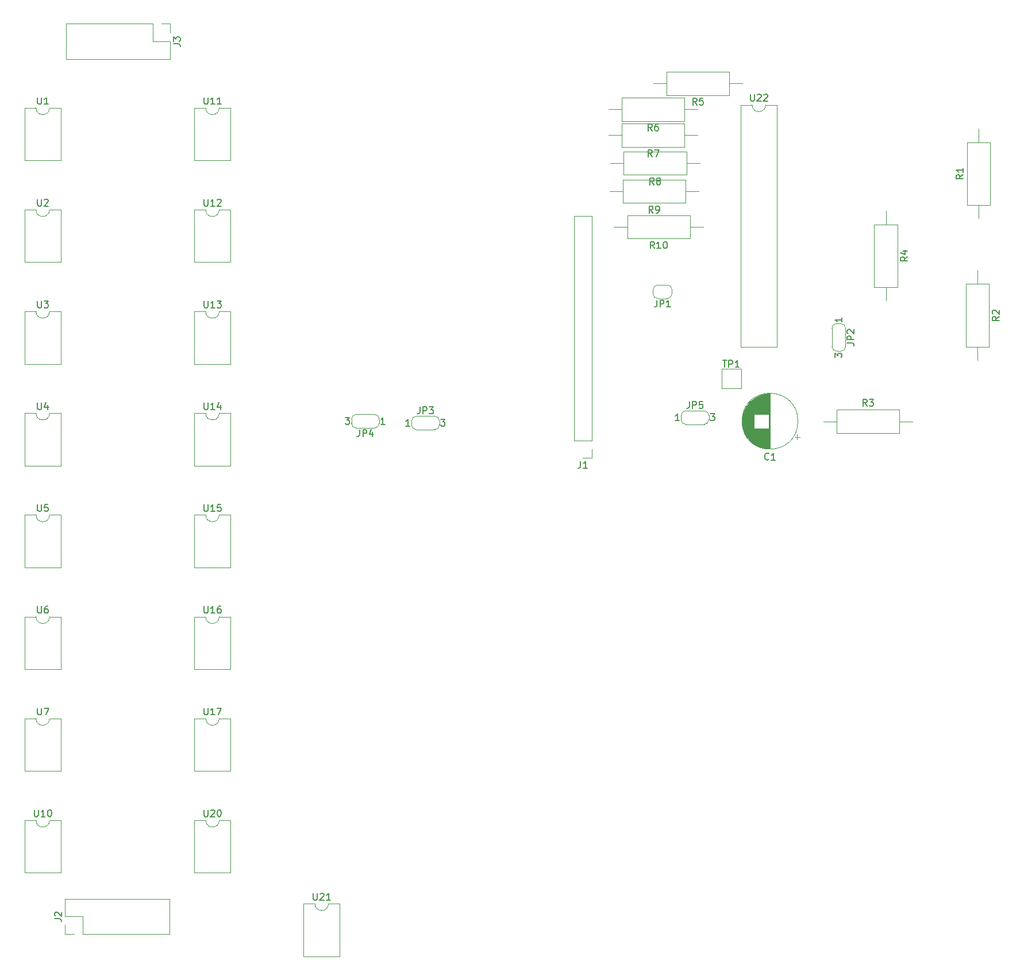
<source format=gbr>
%TF.GenerationSoftware,KiCad,Pcbnew,(5.1.9-0-10_14)*%
%TF.CreationDate,2021-03-09T15:00:21+00:00*%
%TF.ProjectId,Solar_Multiplexer,536f6c61-725f-44d7-956c-7469706c6578,rev?*%
%TF.SameCoordinates,Original*%
%TF.FileFunction,Legend,Top*%
%TF.FilePolarity,Positive*%
%FSLAX46Y46*%
G04 Gerber Fmt 4.6, Leading zero omitted, Abs format (unit mm)*
G04 Created by KiCad (PCBNEW (5.1.9-0-10_14)) date 2021-03-09 15:00:21*
%MOMM*%
%LPD*%
G01*
G04 APERTURE LIST*
%ADD10C,0.120000*%
%ADD11C,0.150000*%
G04 APERTURE END LIST*
D10*
%TO.C,R10*%
X-200830000Y-137930000D02*
X-200830000Y-134490000D01*
X-200830000Y-134490000D02*
X-210070000Y-134490000D01*
X-210070000Y-134490000D02*
X-210070000Y-137930000D01*
X-210070000Y-137930000D02*
X-200830000Y-137930000D01*
X-198870000Y-136210000D02*
X-200830000Y-136210000D01*
X-212030000Y-136210000D02*
X-210070000Y-136210000D01*
%TO.C,R9*%
X-201490000Y-132690000D02*
X-201490000Y-129250000D01*
X-201490000Y-129250000D02*
X-210730000Y-129250000D01*
X-210730000Y-129250000D02*
X-210730000Y-132690000D01*
X-210730000Y-132690000D02*
X-201490000Y-132690000D01*
X-199530000Y-130970000D02*
X-201490000Y-130970000D01*
X-212690000Y-130970000D02*
X-210730000Y-130970000D01*
%TO.C,R8*%
X-201350000Y-128540000D02*
X-201350000Y-125100000D01*
X-201350000Y-125100000D02*
X-210590000Y-125100000D01*
X-210590000Y-125100000D02*
X-210590000Y-128540000D01*
X-210590000Y-128540000D02*
X-201350000Y-128540000D01*
X-199390000Y-126820000D02*
X-201350000Y-126820000D01*
X-212550000Y-126820000D02*
X-210590000Y-126820000D01*
%TO.C,R7*%
X-201628000Y-124402000D02*
X-201628000Y-120962000D01*
X-201628000Y-120962000D02*
X-210868000Y-120962000D01*
X-210868000Y-120962000D02*
X-210868000Y-124402000D01*
X-210868000Y-124402000D02*
X-201628000Y-124402000D01*
X-199668000Y-122682000D02*
X-201628000Y-122682000D01*
X-212828000Y-122682000D02*
X-210868000Y-122682000D01*
%TO.C,R6*%
X-201628000Y-120592000D02*
X-201628000Y-117152000D01*
X-201628000Y-117152000D02*
X-210868000Y-117152000D01*
X-210868000Y-117152000D02*
X-210868000Y-120592000D01*
X-210868000Y-120592000D02*
X-201628000Y-120592000D01*
X-199668000Y-118872000D02*
X-201628000Y-118872000D01*
X-212828000Y-118872000D02*
X-210868000Y-118872000D01*
%TO.C,R5*%
X-195024000Y-116782000D02*
X-195024000Y-113342000D01*
X-195024000Y-113342000D02*
X-204264000Y-113342000D01*
X-204264000Y-113342000D02*
X-204264000Y-116782000D01*
X-204264000Y-116782000D02*
X-195024000Y-116782000D01*
X-193064000Y-115062000D02*
X-195024000Y-115062000D01*
X-206224000Y-115062000D02*
X-204264000Y-115062000D01*
%TO.C,U10*%
X-293540000Y-223670000D02*
X-295190000Y-223670000D01*
X-293540000Y-231410000D02*
X-293540000Y-223670000D01*
X-298840000Y-231410000D02*
X-293540000Y-231410000D01*
X-298840000Y-223670000D02*
X-298840000Y-231410000D01*
X-297190000Y-223670000D02*
X-298840000Y-223670000D01*
X-295190000Y-223670000D02*
G75*
G02*
X-297190000Y-223670000I-1000000J0D01*
G01*
%TO.C,U22*%
X-188030000Y-118220000D02*
X-189680000Y-118220000D01*
X-188030000Y-153900000D02*
X-188030000Y-118220000D01*
X-193330000Y-153900000D02*
X-188030000Y-153900000D01*
X-193330000Y-118220000D02*
X-193330000Y-153900000D01*
X-191680000Y-118220000D02*
X-193330000Y-118220000D01*
X-189680000Y-118220000D02*
G75*
G02*
X-191680000Y-118220000I-1000000J0D01*
G01*
%TO.C,U21*%
X-252450000Y-235970000D02*
X-254100000Y-235970000D01*
X-252450000Y-243710000D02*
X-252450000Y-235970000D01*
X-257750000Y-243710000D02*
X-252450000Y-243710000D01*
X-257750000Y-235970000D02*
X-257750000Y-243710000D01*
X-256100000Y-235970000D02*
X-257750000Y-235970000D01*
X-254100000Y-235970000D02*
G75*
G02*
X-256100000Y-235970000I-1000000J0D01*
G01*
%TO.C,U20*%
X-268540000Y-223670000D02*
X-270190000Y-223670000D01*
X-268540000Y-231410000D02*
X-268540000Y-223670000D01*
X-273840000Y-231410000D02*
X-268540000Y-231410000D01*
X-273840000Y-223670000D02*
X-273840000Y-231410000D01*
X-272190000Y-223670000D02*
X-273840000Y-223670000D01*
X-270190000Y-223670000D02*
G75*
G02*
X-272190000Y-223670000I-1000000J0D01*
G01*
%TO.C,U17*%
X-268540000Y-208670000D02*
X-270190000Y-208670000D01*
X-268540000Y-216410000D02*
X-268540000Y-208670000D01*
X-273840000Y-216410000D02*
X-268540000Y-216410000D01*
X-273840000Y-208670000D02*
X-273840000Y-216410000D01*
X-272190000Y-208670000D02*
X-273840000Y-208670000D01*
X-270190000Y-208670000D02*
G75*
G02*
X-272190000Y-208670000I-1000000J0D01*
G01*
%TO.C,U16*%
X-268540000Y-193670000D02*
X-270190000Y-193670000D01*
X-268540000Y-201410000D02*
X-268540000Y-193670000D01*
X-273840000Y-201410000D02*
X-268540000Y-201410000D01*
X-273840000Y-193670000D02*
X-273840000Y-201410000D01*
X-272190000Y-193670000D02*
X-273840000Y-193670000D01*
X-270190000Y-193670000D02*
G75*
G02*
X-272190000Y-193670000I-1000000J0D01*
G01*
%TO.C,U15*%
X-268540000Y-178670000D02*
X-270190000Y-178670000D01*
X-268540000Y-186410000D02*
X-268540000Y-178670000D01*
X-273840000Y-186410000D02*
X-268540000Y-186410000D01*
X-273840000Y-178670000D02*
X-273840000Y-186410000D01*
X-272190000Y-178670000D02*
X-273840000Y-178670000D01*
X-270190000Y-178670000D02*
G75*
G02*
X-272190000Y-178670000I-1000000J0D01*
G01*
%TO.C,U14*%
X-268540000Y-163670000D02*
X-270190000Y-163670000D01*
X-268540000Y-171410000D02*
X-268540000Y-163670000D01*
X-273840000Y-171410000D02*
X-268540000Y-171410000D01*
X-273840000Y-163670000D02*
X-273840000Y-171410000D01*
X-272190000Y-163670000D02*
X-273840000Y-163670000D01*
X-270190000Y-163670000D02*
G75*
G02*
X-272190000Y-163670000I-1000000J0D01*
G01*
%TO.C,U13*%
X-268540000Y-148670000D02*
X-270190000Y-148670000D01*
X-268540000Y-156410000D02*
X-268540000Y-148670000D01*
X-273840000Y-156410000D02*
X-268540000Y-156410000D01*
X-273840000Y-148670000D02*
X-273840000Y-156410000D01*
X-272190000Y-148670000D02*
X-273840000Y-148670000D01*
X-270190000Y-148670000D02*
G75*
G02*
X-272190000Y-148670000I-1000000J0D01*
G01*
%TO.C,U12*%
X-268540000Y-133670000D02*
X-270190000Y-133670000D01*
X-268540000Y-141410000D02*
X-268540000Y-133670000D01*
X-273840000Y-141410000D02*
X-268540000Y-141410000D01*
X-273840000Y-133670000D02*
X-273840000Y-141410000D01*
X-272190000Y-133670000D02*
X-273840000Y-133670000D01*
X-270190000Y-133670000D02*
G75*
G02*
X-272190000Y-133670000I-1000000J0D01*
G01*
%TO.C,U11*%
X-268540000Y-118670000D02*
X-270190000Y-118670000D01*
X-268540000Y-126410000D02*
X-268540000Y-118670000D01*
X-273840000Y-126410000D02*
X-268540000Y-126410000D01*
X-273840000Y-118670000D02*
X-273840000Y-126410000D01*
X-272190000Y-118670000D02*
X-273840000Y-118670000D01*
X-270190000Y-118670000D02*
G75*
G02*
X-272190000Y-118670000I-1000000J0D01*
G01*
%TO.C,U7*%
X-293540000Y-208670000D02*
X-295190000Y-208670000D01*
X-293540000Y-216410000D02*
X-293540000Y-208670000D01*
X-298840000Y-216410000D02*
X-293540000Y-216410000D01*
X-298840000Y-208670000D02*
X-298840000Y-216410000D01*
X-297190000Y-208670000D02*
X-298840000Y-208670000D01*
X-295190000Y-208670000D02*
G75*
G02*
X-297190000Y-208670000I-1000000J0D01*
G01*
%TO.C,U6*%
X-293540000Y-193670000D02*
X-295190000Y-193670000D01*
X-293540000Y-201410000D02*
X-293540000Y-193670000D01*
X-298840000Y-201410000D02*
X-293540000Y-201410000D01*
X-298840000Y-193670000D02*
X-298840000Y-201410000D01*
X-297190000Y-193670000D02*
X-298840000Y-193670000D01*
X-295190000Y-193670000D02*
G75*
G02*
X-297190000Y-193670000I-1000000J0D01*
G01*
%TO.C,U5*%
X-293540000Y-178670000D02*
X-295190000Y-178670000D01*
X-293540000Y-186410000D02*
X-293540000Y-178670000D01*
X-298840000Y-186410000D02*
X-293540000Y-186410000D01*
X-298840000Y-178670000D02*
X-298840000Y-186410000D01*
X-297190000Y-178670000D02*
X-298840000Y-178670000D01*
X-295190000Y-178670000D02*
G75*
G02*
X-297190000Y-178670000I-1000000J0D01*
G01*
%TO.C,U4*%
X-293540000Y-163670000D02*
X-295190000Y-163670000D01*
X-293540000Y-171410000D02*
X-293540000Y-163670000D01*
X-298840000Y-171410000D02*
X-293540000Y-171410000D01*
X-298840000Y-163670000D02*
X-298840000Y-171410000D01*
X-297190000Y-163670000D02*
X-298840000Y-163670000D01*
X-295190000Y-163670000D02*
G75*
G02*
X-297190000Y-163670000I-1000000J0D01*
G01*
%TO.C,U3*%
X-293540000Y-148670000D02*
X-295190000Y-148670000D01*
X-293540000Y-156410000D02*
X-293540000Y-148670000D01*
X-298840000Y-156410000D02*
X-293540000Y-156410000D01*
X-298840000Y-148670000D02*
X-298840000Y-156410000D01*
X-297190000Y-148670000D02*
X-298840000Y-148670000D01*
X-295190000Y-148670000D02*
G75*
G02*
X-297190000Y-148670000I-1000000J0D01*
G01*
%TO.C,U2*%
X-293540000Y-133670000D02*
X-295190000Y-133670000D01*
X-293540000Y-141410000D02*
X-293540000Y-133670000D01*
X-298840000Y-141410000D02*
X-293540000Y-141410000D01*
X-298840000Y-133670000D02*
X-298840000Y-141410000D01*
X-297190000Y-133670000D02*
X-298840000Y-133670000D01*
X-295190000Y-133670000D02*
G75*
G02*
X-297190000Y-133670000I-1000000J0D01*
G01*
%TO.C,U1*%
X-293540000Y-118670000D02*
X-295190000Y-118670000D01*
X-293540000Y-126410000D02*
X-293540000Y-118670000D01*
X-298840000Y-126410000D02*
X-293540000Y-126410000D01*
X-298840000Y-118670000D02*
X-298840000Y-126410000D01*
X-297190000Y-118670000D02*
X-298840000Y-118670000D01*
X-295190000Y-118670000D02*
G75*
G02*
X-297190000Y-118670000I-1000000J0D01*
G01*
%TO.C,TP1*%
X-196190000Y-160030000D02*
X-196190000Y-157130000D01*
X-193290000Y-160030000D02*
X-196190000Y-160030000D01*
X-193290000Y-157130000D02*
X-193290000Y-160030000D01*
X-196190000Y-157130000D02*
X-193290000Y-157130000D01*
%TO.C,R4*%
X-171958000Y-147042000D02*
X-171958000Y-145082000D01*
X-171958000Y-133882000D02*
X-171958000Y-135842000D01*
X-170238000Y-145082000D02*
X-170238000Y-135842000D01*
X-173678000Y-145082000D02*
X-170238000Y-145082000D01*
X-173678000Y-135842000D02*
X-173678000Y-145082000D01*
X-170238000Y-135842000D02*
X-173678000Y-135842000D01*
%TO.C,R3*%
X-168020000Y-164890000D02*
X-169980000Y-164890000D01*
X-181180000Y-164890000D02*
X-179220000Y-164890000D01*
X-169980000Y-163170000D02*
X-179220000Y-163170000D01*
X-169980000Y-166610000D02*
X-169980000Y-163170000D01*
X-179220000Y-166610000D02*
X-169980000Y-166610000D01*
X-179220000Y-163170000D02*
X-179220000Y-166610000D01*
%TO.C,R2*%
X-158460000Y-155830000D02*
X-158460000Y-153870000D01*
X-158460000Y-142670000D02*
X-158460000Y-144630000D01*
X-156740000Y-153870000D02*
X-156740000Y-144630000D01*
X-160180000Y-153870000D02*
X-156740000Y-153870000D01*
X-160180000Y-144630000D02*
X-160180000Y-153870000D01*
X-156740000Y-144630000D02*
X-160180000Y-144630000D01*
%TO.C,R1*%
X-158320000Y-121770000D02*
X-158320000Y-123730000D01*
X-158320000Y-134930000D02*
X-158320000Y-132970000D01*
X-160040000Y-123730000D02*
X-160040000Y-132970000D01*
X-156600000Y-123730000D02*
X-160040000Y-123730000D01*
X-156600000Y-132970000D02*
X-156600000Y-123730000D01*
X-160040000Y-132970000D02*
X-156600000Y-132970000D01*
%TO.C,JP5*%
X-201490000Y-163310000D02*
X-198690000Y-163310000D01*
X-198040000Y-164010000D02*
X-198040000Y-164610000D01*
X-198690000Y-165310000D02*
X-201490000Y-165310000D01*
X-202140000Y-164610000D02*
X-202140000Y-164010000D01*
X-202140000Y-164010000D02*
G75*
G02*
X-201440000Y-163310000I700000J0D01*
G01*
X-201440000Y-165310000D02*
G75*
G02*
X-202140000Y-164610000I0J700000D01*
G01*
X-198040000Y-164610000D02*
G75*
G02*
X-198740000Y-165310000I-700000J0D01*
G01*
X-198740000Y-163310000D02*
G75*
G02*
X-198040000Y-164010000I0J-700000D01*
G01*
%TO.C,JP4*%
X-247266000Y-165846000D02*
X-250066000Y-165846000D01*
X-250716000Y-165146000D02*
X-250716000Y-164546000D01*
X-250066000Y-163846000D02*
X-247266000Y-163846000D01*
X-246616000Y-164546000D02*
X-246616000Y-165146000D01*
X-246616000Y-165146000D02*
G75*
G02*
X-247316000Y-165846000I-700000J0D01*
G01*
X-247316000Y-163846000D02*
G75*
G02*
X-246616000Y-164546000I0J-700000D01*
G01*
X-250716000Y-164546000D02*
G75*
G02*
X-250016000Y-163846000I700000J0D01*
G01*
X-250016000Y-165846000D02*
G75*
G02*
X-250716000Y-165146000I0J700000D01*
G01*
%TO.C,JP3*%
X-241206000Y-164100000D02*
X-238406000Y-164100000D01*
X-237756000Y-164800000D02*
X-237756000Y-165400000D01*
X-238406000Y-166100000D02*
X-241206000Y-166100000D01*
X-241856000Y-165400000D02*
X-241856000Y-164800000D01*
X-241856000Y-164800000D02*
G75*
G02*
X-241156000Y-164100000I700000J0D01*
G01*
X-241156000Y-166100000D02*
G75*
G02*
X-241856000Y-165400000I0J700000D01*
G01*
X-237756000Y-165400000D02*
G75*
G02*
X-238456000Y-166100000I-700000J0D01*
G01*
X-238456000Y-164100000D02*
G75*
G02*
X-237756000Y-164800000I0J-700000D01*
G01*
%TO.C,JP2*%
X-177910000Y-151090000D02*
X-177910000Y-153890000D01*
X-178610000Y-154540000D02*
X-179210000Y-154540000D01*
X-179910000Y-153890000D02*
X-179910000Y-151090000D01*
X-179210000Y-150440000D02*
X-178610000Y-150440000D01*
X-178610000Y-150440000D02*
G75*
G02*
X-177910000Y-151140000I0J-700000D01*
G01*
X-179910000Y-151140000D02*
G75*
G02*
X-179210000Y-150440000I700000J0D01*
G01*
X-179210000Y-154540000D02*
G75*
G02*
X-179910000Y-153840000I0J700000D01*
G01*
X-177910000Y-153840000D02*
G75*
G02*
X-178610000Y-154540000I-700000J0D01*
G01*
%TO.C,JP1*%
X-204180000Y-146760000D02*
X-205580000Y-146760000D01*
X-206280000Y-146060000D02*
X-206280000Y-145460000D01*
X-205580000Y-144760000D02*
X-204180000Y-144760000D01*
X-203480000Y-145460000D02*
X-203480000Y-146060000D01*
X-203480000Y-146060000D02*
G75*
G02*
X-204180000Y-146760000I-700000J0D01*
G01*
X-204180000Y-144760000D02*
G75*
G02*
X-203480000Y-145460000I0J-700000D01*
G01*
X-206280000Y-145460000D02*
G75*
G02*
X-205580000Y-144760000I700000J0D01*
G01*
X-205580000Y-146760000D02*
G75*
G02*
X-206280000Y-146060000I0J700000D01*
G01*
%TO.C,J3*%
X-277400000Y-106280000D02*
X-277400000Y-107610000D01*
X-278730000Y-106280000D02*
X-277400000Y-106280000D01*
X-277400000Y-108880000D02*
X-277400000Y-111480000D01*
X-280000000Y-108880000D02*
X-277400000Y-108880000D01*
X-280000000Y-106280000D02*
X-280000000Y-108880000D01*
X-277400000Y-111480000D02*
X-292760000Y-111480000D01*
X-280000000Y-106280000D02*
X-292760000Y-106280000D01*
X-292760000Y-106280000D02*
X-292760000Y-111480000D01*
%TO.C,J2*%
X-292900000Y-240450000D02*
X-292900000Y-239120000D01*
X-291570000Y-240450000D02*
X-292900000Y-240450000D01*
X-292900000Y-237850000D02*
X-292900000Y-235250000D01*
X-290300000Y-237850000D02*
X-292900000Y-237850000D01*
X-290300000Y-240450000D02*
X-290300000Y-237850000D01*
X-292900000Y-235250000D02*
X-277540000Y-235250000D01*
X-290300000Y-240450000D02*
X-277540000Y-240450000D01*
X-277540000Y-240450000D02*
X-277540000Y-235250000D01*
%TO.C,J1*%
X-215280000Y-170280000D02*
X-216610000Y-170280000D01*
X-215280000Y-168950000D02*
X-215280000Y-170280000D01*
X-215280000Y-167680000D02*
X-217940000Y-167680000D01*
X-217940000Y-167680000D02*
X-217940000Y-134600000D01*
X-215280000Y-167680000D02*
X-215280000Y-134600000D01*
X-215280000Y-134600000D02*
X-217940000Y-134600000D01*
%TO.C,C1*%
X-185040302Y-167565000D02*
X-185040302Y-166765000D01*
X-184640302Y-167165000D02*
X-185440302Y-167165000D01*
X-193131000Y-165383000D02*
X-193131000Y-164317000D01*
X-193091000Y-165618000D02*
X-193091000Y-164082000D01*
X-193051000Y-165798000D02*
X-193051000Y-163902000D01*
X-193011000Y-165948000D02*
X-193011000Y-163752000D01*
X-192971000Y-166079000D02*
X-192971000Y-163621000D01*
X-192931000Y-166196000D02*
X-192931000Y-163504000D01*
X-192891000Y-166303000D02*
X-192891000Y-163397000D01*
X-192851000Y-166402000D02*
X-192851000Y-163298000D01*
X-192811000Y-166495000D02*
X-192811000Y-163205000D01*
X-192771000Y-166581000D02*
X-192771000Y-163119000D01*
X-192731000Y-166663000D02*
X-192731000Y-163037000D01*
X-192691000Y-166740000D02*
X-192691000Y-162960000D01*
X-192651000Y-166814000D02*
X-192651000Y-162886000D01*
X-192611000Y-166884000D02*
X-192611000Y-162816000D01*
X-192571000Y-166952000D02*
X-192571000Y-162748000D01*
X-192531000Y-167016000D02*
X-192531000Y-162684000D01*
X-192491000Y-167078000D02*
X-192491000Y-162622000D01*
X-192451000Y-167137000D02*
X-192451000Y-162563000D01*
X-192411000Y-167195000D02*
X-192411000Y-162505000D01*
X-192371000Y-167250000D02*
X-192371000Y-162450000D01*
X-192331000Y-167304000D02*
X-192331000Y-162396000D01*
X-192291000Y-167355000D02*
X-192291000Y-162345000D01*
X-192251000Y-167406000D02*
X-192251000Y-162294000D01*
X-192211000Y-167454000D02*
X-192211000Y-162246000D01*
X-192171000Y-167501000D02*
X-192171000Y-162199000D01*
X-192131000Y-167547000D02*
X-192131000Y-162153000D01*
X-192091000Y-167591000D02*
X-192091000Y-162109000D01*
X-192051000Y-167634000D02*
X-192051000Y-162066000D01*
X-192011000Y-167676000D02*
X-192011000Y-162024000D01*
X-191971000Y-167717000D02*
X-191971000Y-161983000D01*
X-191931000Y-167757000D02*
X-191931000Y-161943000D01*
X-191891000Y-167795000D02*
X-191891000Y-161905000D01*
X-191851000Y-167833000D02*
X-191851000Y-161867000D01*
X-191811000Y-167869000D02*
X-191811000Y-161831000D01*
X-191771000Y-167905000D02*
X-191771000Y-161795000D01*
X-191731000Y-167940000D02*
X-191731000Y-161760000D01*
X-191691000Y-167974000D02*
X-191691000Y-161726000D01*
X-191651000Y-168006000D02*
X-191651000Y-161694000D01*
X-191611000Y-168039000D02*
X-191611000Y-161661000D01*
X-191571000Y-168070000D02*
X-191571000Y-161630000D01*
X-191531000Y-168100000D02*
X-191531000Y-161600000D01*
X-191491000Y-168130000D02*
X-191491000Y-161570000D01*
X-191451000Y-168159000D02*
X-191451000Y-161541000D01*
X-191411000Y-168188000D02*
X-191411000Y-161512000D01*
X-191371000Y-168215000D02*
X-191371000Y-161485000D01*
X-191331000Y-163810000D02*
X-191331000Y-161458000D01*
X-191331000Y-168242000D02*
X-191331000Y-165890000D01*
X-191291000Y-163810000D02*
X-191291000Y-161432000D01*
X-191291000Y-168268000D02*
X-191291000Y-165890000D01*
X-191251000Y-163810000D02*
X-191251000Y-161406000D01*
X-191251000Y-168294000D02*
X-191251000Y-165890000D01*
X-191211000Y-163810000D02*
X-191211000Y-161381000D01*
X-191211000Y-168319000D02*
X-191211000Y-165890000D01*
X-191171000Y-163810000D02*
X-191171000Y-161357000D01*
X-191171000Y-168343000D02*
X-191171000Y-165890000D01*
X-191131000Y-163810000D02*
X-191131000Y-161333000D01*
X-191131000Y-168367000D02*
X-191131000Y-165890000D01*
X-191091000Y-163810000D02*
X-191091000Y-161310000D01*
X-191091000Y-168390000D02*
X-191091000Y-165890000D01*
X-191051000Y-163810000D02*
X-191051000Y-161288000D01*
X-191051000Y-168412000D02*
X-191051000Y-165890000D01*
X-191011000Y-163810000D02*
X-191011000Y-161266000D01*
X-191011000Y-168434000D02*
X-191011000Y-165890000D01*
X-190971000Y-163810000D02*
X-190971000Y-161244000D01*
X-190971000Y-168456000D02*
X-190971000Y-165890000D01*
X-190931000Y-163810000D02*
X-190931000Y-161223000D01*
X-190931000Y-168477000D02*
X-190931000Y-165890000D01*
X-190891000Y-163810000D02*
X-190891000Y-161203000D01*
X-190891000Y-168497000D02*
X-190891000Y-165890000D01*
X-190851000Y-163810000D02*
X-190851000Y-161184000D01*
X-190851000Y-168516000D02*
X-190851000Y-165890000D01*
X-190811000Y-163810000D02*
X-190811000Y-161164000D01*
X-190811000Y-168536000D02*
X-190811000Y-165890000D01*
X-190771000Y-163810000D02*
X-190771000Y-161146000D01*
X-190771000Y-168554000D02*
X-190771000Y-165890000D01*
X-190731000Y-163810000D02*
X-190731000Y-161128000D01*
X-190731000Y-168572000D02*
X-190731000Y-165890000D01*
X-190691000Y-163810000D02*
X-190691000Y-161110000D01*
X-190691000Y-168590000D02*
X-190691000Y-165890000D01*
X-190651000Y-163810000D02*
X-190651000Y-161093000D01*
X-190651000Y-168607000D02*
X-190651000Y-165890000D01*
X-190611000Y-163810000D02*
X-190611000Y-161076000D01*
X-190611000Y-168624000D02*
X-190611000Y-165890000D01*
X-190571000Y-163810000D02*
X-190571000Y-161060000D01*
X-190571000Y-168640000D02*
X-190571000Y-165890000D01*
X-190531000Y-163810000D02*
X-190531000Y-161045000D01*
X-190531000Y-168655000D02*
X-190531000Y-165890000D01*
X-190491000Y-163810000D02*
X-190491000Y-161029000D01*
X-190491000Y-168671000D02*
X-190491000Y-165890000D01*
X-190451000Y-163810000D02*
X-190451000Y-161015000D01*
X-190451000Y-168685000D02*
X-190451000Y-165890000D01*
X-190411000Y-163810000D02*
X-190411000Y-161000000D01*
X-190411000Y-168700000D02*
X-190411000Y-165890000D01*
X-190371000Y-163810000D02*
X-190371000Y-160987000D01*
X-190371000Y-168713000D02*
X-190371000Y-165890000D01*
X-190331000Y-163810000D02*
X-190331000Y-160973000D01*
X-190331000Y-168727000D02*
X-190331000Y-165890000D01*
X-190291000Y-163810000D02*
X-190291000Y-160961000D01*
X-190291000Y-168739000D02*
X-190291000Y-165890000D01*
X-190251000Y-163810000D02*
X-190251000Y-160948000D01*
X-190251000Y-168752000D02*
X-190251000Y-165890000D01*
X-190211000Y-163810000D02*
X-190211000Y-160936000D01*
X-190211000Y-168764000D02*
X-190211000Y-165890000D01*
X-190171000Y-163810000D02*
X-190171000Y-160925000D01*
X-190171000Y-168775000D02*
X-190171000Y-165890000D01*
X-190131000Y-163810000D02*
X-190131000Y-160914000D01*
X-190131000Y-168786000D02*
X-190131000Y-165890000D01*
X-190091000Y-163810000D02*
X-190091000Y-160903000D01*
X-190091000Y-168797000D02*
X-190091000Y-165890000D01*
X-190051000Y-163810000D02*
X-190051000Y-160893000D01*
X-190051000Y-168807000D02*
X-190051000Y-165890000D01*
X-190011000Y-163810000D02*
X-190011000Y-160883000D01*
X-190011000Y-168817000D02*
X-190011000Y-165890000D01*
X-189971000Y-163810000D02*
X-189971000Y-160874000D01*
X-189971000Y-168826000D02*
X-189971000Y-165890000D01*
X-189931000Y-163810000D02*
X-189931000Y-160865000D01*
X-189931000Y-168835000D02*
X-189931000Y-165890000D01*
X-189891000Y-163810000D02*
X-189891000Y-160856000D01*
X-189891000Y-168844000D02*
X-189891000Y-165890000D01*
X-189851000Y-163810000D02*
X-189851000Y-160848000D01*
X-189851000Y-168852000D02*
X-189851000Y-165890000D01*
X-189811000Y-163810000D02*
X-189811000Y-160840000D01*
X-189811000Y-168860000D02*
X-189811000Y-165890000D01*
X-189771000Y-163810000D02*
X-189771000Y-160833000D01*
X-189771000Y-168867000D02*
X-189771000Y-165890000D01*
X-189730000Y-163810000D02*
X-189730000Y-160826000D01*
X-189730000Y-168874000D02*
X-189730000Y-165890000D01*
X-189690000Y-163810000D02*
X-189690000Y-160820000D01*
X-189690000Y-168880000D02*
X-189690000Y-165890000D01*
X-189650000Y-163810000D02*
X-189650000Y-160813000D01*
X-189650000Y-168887000D02*
X-189650000Y-165890000D01*
X-189610000Y-163810000D02*
X-189610000Y-160808000D01*
X-189610000Y-168892000D02*
X-189610000Y-165890000D01*
X-189570000Y-163810000D02*
X-189570000Y-160802000D01*
X-189570000Y-168898000D02*
X-189570000Y-165890000D01*
X-189530000Y-163810000D02*
X-189530000Y-160798000D01*
X-189530000Y-168902000D02*
X-189530000Y-165890000D01*
X-189490000Y-163810000D02*
X-189490000Y-160793000D01*
X-189490000Y-168907000D02*
X-189490000Y-165890000D01*
X-189450000Y-163810000D02*
X-189450000Y-160789000D01*
X-189450000Y-168911000D02*
X-189450000Y-165890000D01*
X-189410000Y-163810000D02*
X-189410000Y-160785000D01*
X-189410000Y-168915000D02*
X-189410000Y-165890000D01*
X-189370000Y-163810000D02*
X-189370000Y-160782000D01*
X-189370000Y-168918000D02*
X-189370000Y-165890000D01*
X-189330000Y-163810000D02*
X-189330000Y-160779000D01*
X-189330000Y-168921000D02*
X-189330000Y-165890000D01*
X-189290000Y-163810000D02*
X-189290000Y-160776000D01*
X-189290000Y-168924000D02*
X-189290000Y-165890000D01*
X-189250000Y-168926000D02*
X-189250000Y-160774000D01*
X-189210000Y-168927000D02*
X-189210000Y-160773000D01*
X-189170000Y-168929000D02*
X-189170000Y-160771000D01*
X-189130000Y-168930000D02*
X-189130000Y-160770000D01*
X-189090000Y-168930000D02*
X-189090000Y-160770000D01*
X-189050000Y-168930000D02*
X-189050000Y-160770000D01*
X-184930000Y-164850000D02*
G75*
G03*
X-184930000Y-164850000I-4120000J0D01*
G01*
%TO.C,R10*%
D11*
X-206092857Y-139382380D02*
X-206426190Y-138906190D01*
X-206664285Y-139382380D02*
X-206664285Y-138382380D01*
X-206283333Y-138382380D01*
X-206188095Y-138430000D01*
X-206140476Y-138477619D01*
X-206092857Y-138572857D01*
X-206092857Y-138715714D01*
X-206140476Y-138810952D01*
X-206188095Y-138858571D01*
X-206283333Y-138906190D01*
X-206664285Y-138906190D01*
X-205140476Y-139382380D02*
X-205711904Y-139382380D01*
X-205426190Y-139382380D02*
X-205426190Y-138382380D01*
X-205521428Y-138525238D01*
X-205616666Y-138620476D01*
X-205711904Y-138668095D01*
X-204521428Y-138382380D02*
X-204426190Y-138382380D01*
X-204330952Y-138430000D01*
X-204283333Y-138477619D01*
X-204235714Y-138572857D01*
X-204188095Y-138763333D01*
X-204188095Y-139001428D01*
X-204235714Y-139191904D01*
X-204283333Y-139287142D01*
X-204330952Y-139334761D01*
X-204426190Y-139382380D01*
X-204521428Y-139382380D01*
X-204616666Y-139334761D01*
X-204664285Y-139287142D01*
X-204711904Y-139191904D01*
X-204759523Y-139001428D01*
X-204759523Y-138763333D01*
X-204711904Y-138572857D01*
X-204664285Y-138477619D01*
X-204616666Y-138430000D01*
X-204521428Y-138382380D01*
%TO.C,R9*%
X-206276666Y-134142380D02*
X-206610000Y-133666190D01*
X-206848095Y-134142380D02*
X-206848095Y-133142380D01*
X-206467142Y-133142380D01*
X-206371904Y-133190000D01*
X-206324285Y-133237619D01*
X-206276666Y-133332857D01*
X-206276666Y-133475714D01*
X-206324285Y-133570952D01*
X-206371904Y-133618571D01*
X-206467142Y-133666190D01*
X-206848095Y-133666190D01*
X-205800476Y-134142380D02*
X-205610000Y-134142380D01*
X-205514761Y-134094761D01*
X-205467142Y-134047142D01*
X-205371904Y-133904285D01*
X-205324285Y-133713809D01*
X-205324285Y-133332857D01*
X-205371904Y-133237619D01*
X-205419523Y-133190000D01*
X-205514761Y-133142380D01*
X-205705238Y-133142380D01*
X-205800476Y-133190000D01*
X-205848095Y-133237619D01*
X-205895714Y-133332857D01*
X-205895714Y-133570952D01*
X-205848095Y-133666190D01*
X-205800476Y-133713809D01*
X-205705238Y-133761428D01*
X-205514761Y-133761428D01*
X-205419523Y-133713809D01*
X-205371904Y-133666190D01*
X-205324285Y-133570952D01*
%TO.C,R8*%
X-206136666Y-129992380D02*
X-206470000Y-129516190D01*
X-206708095Y-129992380D02*
X-206708095Y-128992380D01*
X-206327142Y-128992380D01*
X-206231904Y-129040000D01*
X-206184285Y-129087619D01*
X-206136666Y-129182857D01*
X-206136666Y-129325714D01*
X-206184285Y-129420952D01*
X-206231904Y-129468571D01*
X-206327142Y-129516190D01*
X-206708095Y-129516190D01*
X-205565238Y-129420952D02*
X-205660476Y-129373333D01*
X-205708095Y-129325714D01*
X-205755714Y-129230476D01*
X-205755714Y-129182857D01*
X-205708095Y-129087619D01*
X-205660476Y-129040000D01*
X-205565238Y-128992380D01*
X-205374761Y-128992380D01*
X-205279523Y-129040000D01*
X-205231904Y-129087619D01*
X-205184285Y-129182857D01*
X-205184285Y-129230476D01*
X-205231904Y-129325714D01*
X-205279523Y-129373333D01*
X-205374761Y-129420952D01*
X-205565238Y-129420952D01*
X-205660476Y-129468571D01*
X-205708095Y-129516190D01*
X-205755714Y-129611428D01*
X-205755714Y-129801904D01*
X-205708095Y-129897142D01*
X-205660476Y-129944761D01*
X-205565238Y-129992380D01*
X-205374761Y-129992380D01*
X-205279523Y-129944761D01*
X-205231904Y-129897142D01*
X-205184285Y-129801904D01*
X-205184285Y-129611428D01*
X-205231904Y-129516190D01*
X-205279523Y-129468571D01*
X-205374761Y-129420952D01*
%TO.C,R7*%
X-206414666Y-125854380D02*
X-206748000Y-125378190D01*
X-206986095Y-125854380D02*
X-206986095Y-124854380D01*
X-206605142Y-124854380D01*
X-206509904Y-124902000D01*
X-206462285Y-124949619D01*
X-206414666Y-125044857D01*
X-206414666Y-125187714D01*
X-206462285Y-125282952D01*
X-206509904Y-125330571D01*
X-206605142Y-125378190D01*
X-206986095Y-125378190D01*
X-206081333Y-124854380D02*
X-205414666Y-124854380D01*
X-205843238Y-125854380D01*
%TO.C,R6*%
X-206414666Y-122044380D02*
X-206748000Y-121568190D01*
X-206986095Y-122044380D02*
X-206986095Y-121044380D01*
X-206605142Y-121044380D01*
X-206509904Y-121092000D01*
X-206462285Y-121139619D01*
X-206414666Y-121234857D01*
X-206414666Y-121377714D01*
X-206462285Y-121472952D01*
X-206509904Y-121520571D01*
X-206605142Y-121568190D01*
X-206986095Y-121568190D01*
X-205557523Y-121044380D02*
X-205748000Y-121044380D01*
X-205843238Y-121092000D01*
X-205890857Y-121139619D01*
X-205986095Y-121282476D01*
X-206033714Y-121472952D01*
X-206033714Y-121853904D01*
X-205986095Y-121949142D01*
X-205938476Y-121996761D01*
X-205843238Y-122044380D01*
X-205652761Y-122044380D01*
X-205557523Y-121996761D01*
X-205509904Y-121949142D01*
X-205462285Y-121853904D01*
X-205462285Y-121615809D01*
X-205509904Y-121520571D01*
X-205557523Y-121472952D01*
X-205652761Y-121425333D01*
X-205843238Y-121425333D01*
X-205938476Y-121472952D01*
X-205986095Y-121520571D01*
X-206033714Y-121615809D01*
%TO.C,R5*%
X-199810666Y-118234380D02*
X-200144000Y-117758190D01*
X-200382095Y-118234380D02*
X-200382095Y-117234380D01*
X-200001142Y-117234380D01*
X-199905904Y-117282000D01*
X-199858285Y-117329619D01*
X-199810666Y-117424857D01*
X-199810666Y-117567714D01*
X-199858285Y-117662952D01*
X-199905904Y-117710571D01*
X-200001142Y-117758190D01*
X-200382095Y-117758190D01*
X-198905904Y-117234380D02*
X-199382095Y-117234380D01*
X-199429714Y-117710571D01*
X-199382095Y-117662952D01*
X-199286857Y-117615333D01*
X-199048761Y-117615333D01*
X-198953523Y-117662952D01*
X-198905904Y-117710571D01*
X-198858285Y-117805809D01*
X-198858285Y-118043904D01*
X-198905904Y-118139142D01*
X-198953523Y-118186761D01*
X-199048761Y-118234380D01*
X-199286857Y-118234380D01*
X-199382095Y-118186761D01*
X-199429714Y-118139142D01*
%TO.C,U10*%
X-297428095Y-222122380D02*
X-297428095Y-222931904D01*
X-297380476Y-223027142D01*
X-297332857Y-223074761D01*
X-297237619Y-223122380D01*
X-297047142Y-223122380D01*
X-296951904Y-223074761D01*
X-296904285Y-223027142D01*
X-296856666Y-222931904D01*
X-296856666Y-222122380D01*
X-295856666Y-223122380D02*
X-296428095Y-223122380D01*
X-296142380Y-223122380D02*
X-296142380Y-222122380D01*
X-296237619Y-222265238D01*
X-296332857Y-222360476D01*
X-296428095Y-222408095D01*
X-295237619Y-222122380D02*
X-295142380Y-222122380D01*
X-295047142Y-222170000D01*
X-294999523Y-222217619D01*
X-294951904Y-222312857D01*
X-294904285Y-222503333D01*
X-294904285Y-222741428D01*
X-294951904Y-222931904D01*
X-294999523Y-223027142D01*
X-295047142Y-223074761D01*
X-295142380Y-223122380D01*
X-295237619Y-223122380D01*
X-295332857Y-223074761D01*
X-295380476Y-223027142D01*
X-295428095Y-222931904D01*
X-295475714Y-222741428D01*
X-295475714Y-222503333D01*
X-295428095Y-222312857D01*
X-295380476Y-222217619D01*
X-295332857Y-222170000D01*
X-295237619Y-222122380D01*
%TO.C,U22*%
X-191918095Y-116672380D02*
X-191918095Y-117481904D01*
X-191870476Y-117577142D01*
X-191822857Y-117624761D01*
X-191727619Y-117672380D01*
X-191537142Y-117672380D01*
X-191441904Y-117624761D01*
X-191394285Y-117577142D01*
X-191346666Y-117481904D01*
X-191346666Y-116672380D01*
X-190918095Y-116767619D02*
X-190870476Y-116720000D01*
X-190775238Y-116672380D01*
X-190537142Y-116672380D01*
X-190441904Y-116720000D01*
X-190394285Y-116767619D01*
X-190346666Y-116862857D01*
X-190346666Y-116958095D01*
X-190394285Y-117100952D01*
X-190965714Y-117672380D01*
X-190346666Y-117672380D01*
X-189965714Y-116767619D02*
X-189918095Y-116720000D01*
X-189822857Y-116672380D01*
X-189584761Y-116672380D01*
X-189489523Y-116720000D01*
X-189441904Y-116767619D01*
X-189394285Y-116862857D01*
X-189394285Y-116958095D01*
X-189441904Y-117100952D01*
X-190013333Y-117672380D01*
X-189394285Y-117672380D01*
%TO.C,U21*%
X-256338095Y-234422380D02*
X-256338095Y-235231904D01*
X-256290476Y-235327142D01*
X-256242857Y-235374761D01*
X-256147619Y-235422380D01*
X-255957142Y-235422380D01*
X-255861904Y-235374761D01*
X-255814285Y-235327142D01*
X-255766666Y-235231904D01*
X-255766666Y-234422380D01*
X-255338095Y-234517619D02*
X-255290476Y-234470000D01*
X-255195238Y-234422380D01*
X-254957142Y-234422380D01*
X-254861904Y-234470000D01*
X-254814285Y-234517619D01*
X-254766666Y-234612857D01*
X-254766666Y-234708095D01*
X-254814285Y-234850952D01*
X-255385714Y-235422380D01*
X-254766666Y-235422380D01*
X-253814285Y-235422380D02*
X-254385714Y-235422380D01*
X-254100000Y-235422380D02*
X-254100000Y-234422380D01*
X-254195238Y-234565238D01*
X-254290476Y-234660476D01*
X-254385714Y-234708095D01*
%TO.C,U20*%
X-272428095Y-222122380D02*
X-272428095Y-222931904D01*
X-272380476Y-223027142D01*
X-272332857Y-223074761D01*
X-272237619Y-223122380D01*
X-272047142Y-223122380D01*
X-271951904Y-223074761D01*
X-271904285Y-223027142D01*
X-271856666Y-222931904D01*
X-271856666Y-222122380D01*
X-271428095Y-222217619D02*
X-271380476Y-222170000D01*
X-271285238Y-222122380D01*
X-271047142Y-222122380D01*
X-270951904Y-222170000D01*
X-270904285Y-222217619D01*
X-270856666Y-222312857D01*
X-270856666Y-222408095D01*
X-270904285Y-222550952D01*
X-271475714Y-223122380D01*
X-270856666Y-223122380D01*
X-270237619Y-222122380D02*
X-270142380Y-222122380D01*
X-270047142Y-222170000D01*
X-269999523Y-222217619D01*
X-269951904Y-222312857D01*
X-269904285Y-222503333D01*
X-269904285Y-222741428D01*
X-269951904Y-222931904D01*
X-269999523Y-223027142D01*
X-270047142Y-223074761D01*
X-270142380Y-223122380D01*
X-270237619Y-223122380D01*
X-270332857Y-223074761D01*
X-270380476Y-223027142D01*
X-270428095Y-222931904D01*
X-270475714Y-222741428D01*
X-270475714Y-222503333D01*
X-270428095Y-222312857D01*
X-270380476Y-222217619D01*
X-270332857Y-222170000D01*
X-270237619Y-222122380D01*
%TO.C,U17*%
X-272428095Y-207122380D02*
X-272428095Y-207931904D01*
X-272380476Y-208027142D01*
X-272332857Y-208074761D01*
X-272237619Y-208122380D01*
X-272047142Y-208122380D01*
X-271951904Y-208074761D01*
X-271904285Y-208027142D01*
X-271856666Y-207931904D01*
X-271856666Y-207122380D01*
X-270856666Y-208122380D02*
X-271428095Y-208122380D01*
X-271142380Y-208122380D02*
X-271142380Y-207122380D01*
X-271237619Y-207265238D01*
X-271332857Y-207360476D01*
X-271428095Y-207408095D01*
X-270523333Y-207122380D02*
X-269856666Y-207122380D01*
X-270285238Y-208122380D01*
%TO.C,U16*%
X-272428095Y-192122380D02*
X-272428095Y-192931904D01*
X-272380476Y-193027142D01*
X-272332857Y-193074761D01*
X-272237619Y-193122380D01*
X-272047142Y-193122380D01*
X-271951904Y-193074761D01*
X-271904285Y-193027142D01*
X-271856666Y-192931904D01*
X-271856666Y-192122380D01*
X-270856666Y-193122380D02*
X-271428095Y-193122380D01*
X-271142380Y-193122380D02*
X-271142380Y-192122380D01*
X-271237619Y-192265238D01*
X-271332857Y-192360476D01*
X-271428095Y-192408095D01*
X-269999523Y-192122380D02*
X-270190000Y-192122380D01*
X-270285238Y-192170000D01*
X-270332857Y-192217619D01*
X-270428095Y-192360476D01*
X-270475714Y-192550952D01*
X-270475714Y-192931904D01*
X-270428095Y-193027142D01*
X-270380476Y-193074761D01*
X-270285238Y-193122380D01*
X-270094761Y-193122380D01*
X-269999523Y-193074761D01*
X-269951904Y-193027142D01*
X-269904285Y-192931904D01*
X-269904285Y-192693809D01*
X-269951904Y-192598571D01*
X-269999523Y-192550952D01*
X-270094761Y-192503333D01*
X-270285238Y-192503333D01*
X-270380476Y-192550952D01*
X-270428095Y-192598571D01*
X-270475714Y-192693809D01*
%TO.C,U15*%
X-272428095Y-177122380D02*
X-272428095Y-177931904D01*
X-272380476Y-178027142D01*
X-272332857Y-178074761D01*
X-272237619Y-178122380D01*
X-272047142Y-178122380D01*
X-271951904Y-178074761D01*
X-271904285Y-178027142D01*
X-271856666Y-177931904D01*
X-271856666Y-177122380D01*
X-270856666Y-178122380D02*
X-271428095Y-178122380D01*
X-271142380Y-178122380D02*
X-271142380Y-177122380D01*
X-271237619Y-177265238D01*
X-271332857Y-177360476D01*
X-271428095Y-177408095D01*
X-269951904Y-177122380D02*
X-270428095Y-177122380D01*
X-270475714Y-177598571D01*
X-270428095Y-177550952D01*
X-270332857Y-177503333D01*
X-270094761Y-177503333D01*
X-269999523Y-177550952D01*
X-269951904Y-177598571D01*
X-269904285Y-177693809D01*
X-269904285Y-177931904D01*
X-269951904Y-178027142D01*
X-269999523Y-178074761D01*
X-270094761Y-178122380D01*
X-270332857Y-178122380D01*
X-270428095Y-178074761D01*
X-270475714Y-178027142D01*
%TO.C,U14*%
X-272428095Y-162122380D02*
X-272428095Y-162931904D01*
X-272380476Y-163027142D01*
X-272332857Y-163074761D01*
X-272237619Y-163122380D01*
X-272047142Y-163122380D01*
X-271951904Y-163074761D01*
X-271904285Y-163027142D01*
X-271856666Y-162931904D01*
X-271856666Y-162122380D01*
X-270856666Y-163122380D02*
X-271428095Y-163122380D01*
X-271142380Y-163122380D02*
X-271142380Y-162122380D01*
X-271237619Y-162265238D01*
X-271332857Y-162360476D01*
X-271428095Y-162408095D01*
X-269999523Y-162455714D02*
X-269999523Y-163122380D01*
X-270237619Y-162074761D02*
X-270475714Y-162789047D01*
X-269856666Y-162789047D01*
%TO.C,U13*%
X-272428095Y-147122380D02*
X-272428095Y-147931904D01*
X-272380476Y-148027142D01*
X-272332857Y-148074761D01*
X-272237619Y-148122380D01*
X-272047142Y-148122380D01*
X-271951904Y-148074761D01*
X-271904285Y-148027142D01*
X-271856666Y-147931904D01*
X-271856666Y-147122380D01*
X-270856666Y-148122380D02*
X-271428095Y-148122380D01*
X-271142380Y-148122380D02*
X-271142380Y-147122380D01*
X-271237619Y-147265238D01*
X-271332857Y-147360476D01*
X-271428095Y-147408095D01*
X-270523333Y-147122380D02*
X-269904285Y-147122380D01*
X-270237619Y-147503333D01*
X-270094761Y-147503333D01*
X-269999523Y-147550952D01*
X-269951904Y-147598571D01*
X-269904285Y-147693809D01*
X-269904285Y-147931904D01*
X-269951904Y-148027142D01*
X-269999523Y-148074761D01*
X-270094761Y-148122380D01*
X-270380476Y-148122380D01*
X-270475714Y-148074761D01*
X-270523333Y-148027142D01*
%TO.C,U12*%
X-272428095Y-132122380D02*
X-272428095Y-132931904D01*
X-272380476Y-133027142D01*
X-272332857Y-133074761D01*
X-272237619Y-133122380D01*
X-272047142Y-133122380D01*
X-271951904Y-133074761D01*
X-271904285Y-133027142D01*
X-271856666Y-132931904D01*
X-271856666Y-132122380D01*
X-270856666Y-133122380D02*
X-271428095Y-133122380D01*
X-271142380Y-133122380D02*
X-271142380Y-132122380D01*
X-271237619Y-132265238D01*
X-271332857Y-132360476D01*
X-271428095Y-132408095D01*
X-270475714Y-132217619D02*
X-270428095Y-132170000D01*
X-270332857Y-132122380D01*
X-270094761Y-132122380D01*
X-269999523Y-132170000D01*
X-269951904Y-132217619D01*
X-269904285Y-132312857D01*
X-269904285Y-132408095D01*
X-269951904Y-132550952D01*
X-270523333Y-133122380D01*
X-269904285Y-133122380D01*
%TO.C,U11*%
X-272428095Y-117122380D02*
X-272428095Y-117931904D01*
X-272380476Y-118027142D01*
X-272332857Y-118074761D01*
X-272237619Y-118122380D01*
X-272047142Y-118122380D01*
X-271951904Y-118074761D01*
X-271904285Y-118027142D01*
X-271856666Y-117931904D01*
X-271856666Y-117122380D01*
X-270856666Y-118122380D02*
X-271428095Y-118122380D01*
X-271142380Y-118122380D02*
X-271142380Y-117122380D01*
X-271237619Y-117265238D01*
X-271332857Y-117360476D01*
X-271428095Y-117408095D01*
X-269904285Y-118122380D02*
X-270475714Y-118122380D01*
X-270190000Y-118122380D02*
X-270190000Y-117122380D01*
X-270285238Y-117265238D01*
X-270380476Y-117360476D01*
X-270475714Y-117408095D01*
%TO.C,U7*%
X-296951904Y-207122380D02*
X-296951904Y-207931904D01*
X-296904285Y-208027142D01*
X-296856666Y-208074761D01*
X-296761428Y-208122380D01*
X-296570952Y-208122380D01*
X-296475714Y-208074761D01*
X-296428095Y-208027142D01*
X-296380476Y-207931904D01*
X-296380476Y-207122380D01*
X-295999523Y-207122380D02*
X-295332857Y-207122380D01*
X-295761428Y-208122380D01*
%TO.C,U6*%
X-296951904Y-192122380D02*
X-296951904Y-192931904D01*
X-296904285Y-193027142D01*
X-296856666Y-193074761D01*
X-296761428Y-193122380D01*
X-296570952Y-193122380D01*
X-296475714Y-193074761D01*
X-296428095Y-193027142D01*
X-296380476Y-192931904D01*
X-296380476Y-192122380D01*
X-295475714Y-192122380D02*
X-295666190Y-192122380D01*
X-295761428Y-192170000D01*
X-295809047Y-192217619D01*
X-295904285Y-192360476D01*
X-295951904Y-192550952D01*
X-295951904Y-192931904D01*
X-295904285Y-193027142D01*
X-295856666Y-193074761D01*
X-295761428Y-193122380D01*
X-295570952Y-193122380D01*
X-295475714Y-193074761D01*
X-295428095Y-193027142D01*
X-295380476Y-192931904D01*
X-295380476Y-192693809D01*
X-295428095Y-192598571D01*
X-295475714Y-192550952D01*
X-295570952Y-192503333D01*
X-295761428Y-192503333D01*
X-295856666Y-192550952D01*
X-295904285Y-192598571D01*
X-295951904Y-192693809D01*
%TO.C,U5*%
X-296951904Y-177122380D02*
X-296951904Y-177931904D01*
X-296904285Y-178027142D01*
X-296856666Y-178074761D01*
X-296761428Y-178122380D01*
X-296570952Y-178122380D01*
X-296475714Y-178074761D01*
X-296428095Y-178027142D01*
X-296380476Y-177931904D01*
X-296380476Y-177122380D01*
X-295428095Y-177122380D02*
X-295904285Y-177122380D01*
X-295951904Y-177598571D01*
X-295904285Y-177550952D01*
X-295809047Y-177503333D01*
X-295570952Y-177503333D01*
X-295475714Y-177550952D01*
X-295428095Y-177598571D01*
X-295380476Y-177693809D01*
X-295380476Y-177931904D01*
X-295428095Y-178027142D01*
X-295475714Y-178074761D01*
X-295570952Y-178122380D01*
X-295809047Y-178122380D01*
X-295904285Y-178074761D01*
X-295951904Y-178027142D01*
%TO.C,U4*%
X-296951904Y-162122380D02*
X-296951904Y-162931904D01*
X-296904285Y-163027142D01*
X-296856666Y-163074761D01*
X-296761428Y-163122380D01*
X-296570952Y-163122380D01*
X-296475714Y-163074761D01*
X-296428095Y-163027142D01*
X-296380476Y-162931904D01*
X-296380476Y-162122380D01*
X-295475714Y-162455714D02*
X-295475714Y-163122380D01*
X-295713809Y-162074761D02*
X-295951904Y-162789047D01*
X-295332857Y-162789047D01*
%TO.C,U3*%
X-296951904Y-147122380D02*
X-296951904Y-147931904D01*
X-296904285Y-148027142D01*
X-296856666Y-148074761D01*
X-296761428Y-148122380D01*
X-296570952Y-148122380D01*
X-296475714Y-148074761D01*
X-296428095Y-148027142D01*
X-296380476Y-147931904D01*
X-296380476Y-147122380D01*
X-295999523Y-147122380D02*
X-295380476Y-147122380D01*
X-295713809Y-147503333D01*
X-295570952Y-147503333D01*
X-295475714Y-147550952D01*
X-295428095Y-147598571D01*
X-295380476Y-147693809D01*
X-295380476Y-147931904D01*
X-295428095Y-148027142D01*
X-295475714Y-148074761D01*
X-295570952Y-148122380D01*
X-295856666Y-148122380D01*
X-295951904Y-148074761D01*
X-295999523Y-148027142D01*
%TO.C,U2*%
X-296951904Y-132122380D02*
X-296951904Y-132931904D01*
X-296904285Y-133027142D01*
X-296856666Y-133074761D01*
X-296761428Y-133122380D01*
X-296570952Y-133122380D01*
X-296475714Y-133074761D01*
X-296428095Y-133027142D01*
X-296380476Y-132931904D01*
X-296380476Y-132122380D01*
X-295951904Y-132217619D02*
X-295904285Y-132170000D01*
X-295809047Y-132122380D01*
X-295570952Y-132122380D01*
X-295475714Y-132170000D01*
X-295428095Y-132217619D01*
X-295380476Y-132312857D01*
X-295380476Y-132408095D01*
X-295428095Y-132550952D01*
X-295999523Y-133122380D01*
X-295380476Y-133122380D01*
%TO.C,U1*%
X-296951904Y-117122380D02*
X-296951904Y-117931904D01*
X-296904285Y-118027142D01*
X-296856666Y-118074761D01*
X-296761428Y-118122380D01*
X-296570952Y-118122380D01*
X-296475714Y-118074761D01*
X-296428095Y-118027142D01*
X-296380476Y-117931904D01*
X-296380476Y-117122380D01*
X-295380476Y-118122380D02*
X-295951904Y-118122380D01*
X-295666190Y-118122380D02*
X-295666190Y-117122380D01*
X-295761428Y-117265238D01*
X-295856666Y-117360476D01*
X-295951904Y-117408095D01*
%TO.C,TP1*%
X-196001904Y-155884380D02*
X-195430476Y-155884380D01*
X-195716190Y-156884380D02*
X-195716190Y-155884380D01*
X-195097142Y-156884380D02*
X-195097142Y-155884380D01*
X-194716190Y-155884380D01*
X-194620952Y-155932000D01*
X-194573333Y-155979619D01*
X-194525714Y-156074857D01*
X-194525714Y-156217714D01*
X-194573333Y-156312952D01*
X-194620952Y-156360571D01*
X-194716190Y-156408190D01*
X-195097142Y-156408190D01*
X-193573333Y-156884380D02*
X-194144761Y-156884380D01*
X-193859047Y-156884380D02*
X-193859047Y-155884380D01*
X-193954285Y-156027238D01*
X-194049523Y-156122476D01*
X-194144761Y-156170095D01*
%TO.C,R4*%
X-168785619Y-140628666D02*
X-169261809Y-140962000D01*
X-168785619Y-141200095D02*
X-169785619Y-141200095D01*
X-169785619Y-140819142D01*
X-169738000Y-140723904D01*
X-169690380Y-140676285D01*
X-169595142Y-140628666D01*
X-169452285Y-140628666D01*
X-169357047Y-140676285D01*
X-169309428Y-140723904D01*
X-169261809Y-140819142D01*
X-169261809Y-141200095D01*
X-169452285Y-139771523D02*
X-168785619Y-139771523D01*
X-169833238Y-140009619D02*
X-169118952Y-140247714D01*
X-169118952Y-139628666D01*
%TO.C,R3*%
X-174766666Y-162622380D02*
X-175100000Y-162146190D01*
X-175338095Y-162622380D02*
X-175338095Y-161622380D01*
X-174957142Y-161622380D01*
X-174861904Y-161670000D01*
X-174814285Y-161717619D01*
X-174766666Y-161812857D01*
X-174766666Y-161955714D01*
X-174814285Y-162050952D01*
X-174861904Y-162098571D01*
X-174957142Y-162146190D01*
X-175338095Y-162146190D01*
X-174433333Y-161622380D02*
X-173814285Y-161622380D01*
X-174147619Y-162003333D01*
X-174004761Y-162003333D01*
X-173909523Y-162050952D01*
X-173861904Y-162098571D01*
X-173814285Y-162193809D01*
X-173814285Y-162431904D01*
X-173861904Y-162527142D01*
X-173909523Y-162574761D01*
X-174004761Y-162622380D01*
X-174290476Y-162622380D01*
X-174385714Y-162574761D01*
X-174433333Y-162527142D01*
%TO.C,R2*%
X-155287619Y-149416666D02*
X-155763809Y-149750000D01*
X-155287619Y-149988095D02*
X-156287619Y-149988095D01*
X-156287619Y-149607142D01*
X-156240000Y-149511904D01*
X-156192380Y-149464285D01*
X-156097142Y-149416666D01*
X-155954285Y-149416666D01*
X-155859047Y-149464285D01*
X-155811428Y-149511904D01*
X-155763809Y-149607142D01*
X-155763809Y-149988095D01*
X-156192380Y-149035714D02*
X-156240000Y-148988095D01*
X-156287619Y-148892857D01*
X-156287619Y-148654761D01*
X-156240000Y-148559523D01*
X-156192380Y-148511904D01*
X-156097142Y-148464285D01*
X-156001904Y-148464285D01*
X-155859047Y-148511904D01*
X-155287619Y-149083333D01*
X-155287619Y-148464285D01*
%TO.C,R1*%
X-160587619Y-128516666D02*
X-161063809Y-128850000D01*
X-160587619Y-129088095D02*
X-161587619Y-129088095D01*
X-161587619Y-128707142D01*
X-161540000Y-128611904D01*
X-161492380Y-128564285D01*
X-161397142Y-128516666D01*
X-161254285Y-128516666D01*
X-161159047Y-128564285D01*
X-161111428Y-128611904D01*
X-161063809Y-128707142D01*
X-161063809Y-129088095D01*
X-160587619Y-127564285D02*
X-160587619Y-128135714D01*
X-160587619Y-127850000D02*
X-161587619Y-127850000D01*
X-161444761Y-127945238D01*
X-161349523Y-128040476D01*
X-161301904Y-128135714D01*
%TO.C,JP5*%
X-200923333Y-161962380D02*
X-200923333Y-162676666D01*
X-200970952Y-162819523D01*
X-201066190Y-162914761D01*
X-201209047Y-162962380D01*
X-201304285Y-162962380D01*
X-200447142Y-162962380D02*
X-200447142Y-161962380D01*
X-200066190Y-161962380D01*
X-199970952Y-162010000D01*
X-199923333Y-162057619D01*
X-199875714Y-162152857D01*
X-199875714Y-162295714D01*
X-199923333Y-162390952D01*
X-199970952Y-162438571D01*
X-200066190Y-162486190D01*
X-200447142Y-162486190D01*
X-198970952Y-161962380D02*
X-199447142Y-161962380D01*
X-199494761Y-162438571D01*
X-199447142Y-162390952D01*
X-199351904Y-162343333D01*
X-199113809Y-162343333D01*
X-199018571Y-162390952D01*
X-198970952Y-162438571D01*
X-198923333Y-162533809D01*
X-198923333Y-162771904D01*
X-198970952Y-162867142D01*
X-199018571Y-162914761D01*
X-199113809Y-162962380D01*
X-199351904Y-162962380D01*
X-199447142Y-162914761D01*
X-199494761Y-162867142D01*
X-202404285Y-164762380D02*
X-202975714Y-164762380D01*
X-202690000Y-164762380D02*
X-202690000Y-163762380D01*
X-202785238Y-163905238D01*
X-202880476Y-164000476D01*
X-202975714Y-164048095D01*
X-197823333Y-163762380D02*
X-197204285Y-163762380D01*
X-197537619Y-164143333D01*
X-197394761Y-164143333D01*
X-197299523Y-164190952D01*
X-197251904Y-164238571D01*
X-197204285Y-164333809D01*
X-197204285Y-164571904D01*
X-197251904Y-164667142D01*
X-197299523Y-164714761D01*
X-197394761Y-164762380D01*
X-197680476Y-164762380D01*
X-197775714Y-164714761D01*
X-197823333Y-164667142D01*
%TO.C,JP4*%
X-249499333Y-166098380D02*
X-249499333Y-166812666D01*
X-249546952Y-166955523D01*
X-249642190Y-167050761D01*
X-249785047Y-167098380D01*
X-249880285Y-167098380D01*
X-249023142Y-167098380D02*
X-249023142Y-166098380D01*
X-248642190Y-166098380D01*
X-248546952Y-166146000D01*
X-248499333Y-166193619D01*
X-248451714Y-166288857D01*
X-248451714Y-166431714D01*
X-248499333Y-166526952D01*
X-248546952Y-166574571D01*
X-248642190Y-166622190D01*
X-249023142Y-166622190D01*
X-247594571Y-166431714D02*
X-247594571Y-167098380D01*
X-247832666Y-166050761D02*
X-248070761Y-166765047D01*
X-247451714Y-166765047D01*
X-245780285Y-165298380D02*
X-246351714Y-165298380D01*
X-246066000Y-165298380D02*
X-246066000Y-164298380D01*
X-246161238Y-164441238D01*
X-246256476Y-164536476D01*
X-246351714Y-164584095D01*
X-251599333Y-164298380D02*
X-250980285Y-164298380D01*
X-251313619Y-164679333D01*
X-251170761Y-164679333D01*
X-251075523Y-164726952D01*
X-251027904Y-164774571D01*
X-250980285Y-164869809D01*
X-250980285Y-165107904D01*
X-251027904Y-165203142D01*
X-251075523Y-165250761D01*
X-251170761Y-165298380D01*
X-251456476Y-165298380D01*
X-251551714Y-165250761D01*
X-251599333Y-165203142D01*
%TO.C,JP3*%
X-240639333Y-162752380D02*
X-240639333Y-163466666D01*
X-240686952Y-163609523D01*
X-240782190Y-163704761D01*
X-240925047Y-163752380D01*
X-241020285Y-163752380D01*
X-240163142Y-163752380D02*
X-240163142Y-162752380D01*
X-239782190Y-162752380D01*
X-239686952Y-162800000D01*
X-239639333Y-162847619D01*
X-239591714Y-162942857D01*
X-239591714Y-163085714D01*
X-239639333Y-163180952D01*
X-239686952Y-163228571D01*
X-239782190Y-163276190D01*
X-240163142Y-163276190D01*
X-239258380Y-162752380D02*
X-238639333Y-162752380D01*
X-238972666Y-163133333D01*
X-238829809Y-163133333D01*
X-238734571Y-163180952D01*
X-238686952Y-163228571D01*
X-238639333Y-163323809D01*
X-238639333Y-163561904D01*
X-238686952Y-163657142D01*
X-238734571Y-163704761D01*
X-238829809Y-163752380D01*
X-239115523Y-163752380D01*
X-239210761Y-163704761D01*
X-239258380Y-163657142D01*
X-242120285Y-165552380D02*
X-242691714Y-165552380D01*
X-242406000Y-165552380D02*
X-242406000Y-164552380D01*
X-242501238Y-164695238D01*
X-242596476Y-164790476D01*
X-242691714Y-164838095D01*
X-237539333Y-164552380D02*
X-236920285Y-164552380D01*
X-237253619Y-164933333D01*
X-237110761Y-164933333D01*
X-237015523Y-164980952D01*
X-236967904Y-165028571D01*
X-236920285Y-165123809D01*
X-236920285Y-165361904D01*
X-236967904Y-165457142D01*
X-237015523Y-165504761D01*
X-237110761Y-165552380D01*
X-237396476Y-165552380D01*
X-237491714Y-165504761D01*
X-237539333Y-165457142D01*
%TO.C,JP2*%
X-177657619Y-153323333D02*
X-176943333Y-153323333D01*
X-176800476Y-153370952D01*
X-176705238Y-153466190D01*
X-176657619Y-153609047D01*
X-176657619Y-153704285D01*
X-176657619Y-152847142D02*
X-177657619Y-152847142D01*
X-177657619Y-152466190D01*
X-177610000Y-152370952D01*
X-177562380Y-152323333D01*
X-177467142Y-152275714D01*
X-177324285Y-152275714D01*
X-177229047Y-152323333D01*
X-177181428Y-152370952D01*
X-177133809Y-152466190D01*
X-177133809Y-152847142D01*
X-177562380Y-151894761D02*
X-177610000Y-151847142D01*
X-177657619Y-151751904D01*
X-177657619Y-151513809D01*
X-177610000Y-151418571D01*
X-177562380Y-151370952D01*
X-177467142Y-151323333D01*
X-177371904Y-151323333D01*
X-177229047Y-151370952D01*
X-176657619Y-151942380D01*
X-176657619Y-151323333D01*
X-178457619Y-149604285D02*
X-178457619Y-150175714D01*
X-178457619Y-149890000D02*
X-179457619Y-149890000D01*
X-179314761Y-149985238D01*
X-179219523Y-150080476D01*
X-179171904Y-150175714D01*
X-179457619Y-155423333D02*
X-179457619Y-154804285D01*
X-179076666Y-155137619D01*
X-179076666Y-154994761D01*
X-179029047Y-154899523D01*
X-178981428Y-154851904D01*
X-178886190Y-154804285D01*
X-178648095Y-154804285D01*
X-178552857Y-154851904D01*
X-178505238Y-154899523D01*
X-178457619Y-154994761D01*
X-178457619Y-155280476D01*
X-178505238Y-155375714D01*
X-178552857Y-155423333D01*
%TO.C,JP1*%
X-205713333Y-147012380D02*
X-205713333Y-147726666D01*
X-205760952Y-147869523D01*
X-205856190Y-147964761D01*
X-205999047Y-148012380D01*
X-206094285Y-148012380D01*
X-205237142Y-148012380D02*
X-205237142Y-147012380D01*
X-204856190Y-147012380D01*
X-204760952Y-147060000D01*
X-204713333Y-147107619D01*
X-204665714Y-147202857D01*
X-204665714Y-147345714D01*
X-204713333Y-147440952D01*
X-204760952Y-147488571D01*
X-204856190Y-147536190D01*
X-205237142Y-147536190D01*
X-203713333Y-148012380D02*
X-204284761Y-148012380D01*
X-203999047Y-148012380D02*
X-203999047Y-147012380D01*
X-204094285Y-147155238D01*
X-204189523Y-147250476D01*
X-204284761Y-147298095D01*
%TO.C,J3*%
X-276947619Y-109213333D02*
X-276233333Y-109213333D01*
X-276090476Y-109260952D01*
X-275995238Y-109356190D01*
X-275947619Y-109499047D01*
X-275947619Y-109594285D01*
X-276947619Y-108832380D02*
X-276947619Y-108213333D01*
X-276566666Y-108546666D01*
X-276566666Y-108403809D01*
X-276519047Y-108308571D01*
X-276471428Y-108260952D01*
X-276376190Y-108213333D01*
X-276138095Y-108213333D01*
X-276042857Y-108260952D01*
X-275995238Y-108308571D01*
X-275947619Y-108403809D01*
X-275947619Y-108689523D01*
X-275995238Y-108784761D01*
X-276042857Y-108832380D01*
%TO.C,J2*%
X-294447619Y-238183333D02*
X-293733333Y-238183333D01*
X-293590476Y-238230952D01*
X-293495238Y-238326190D01*
X-293447619Y-238469047D01*
X-293447619Y-238564285D01*
X-294352380Y-237754761D02*
X-294400000Y-237707142D01*
X-294447619Y-237611904D01*
X-294447619Y-237373809D01*
X-294400000Y-237278571D01*
X-294352380Y-237230952D01*
X-294257142Y-237183333D01*
X-294161904Y-237183333D01*
X-294019047Y-237230952D01*
X-293447619Y-237802380D01*
X-293447619Y-237183333D01*
%TO.C,J1*%
X-216943333Y-170732380D02*
X-216943333Y-171446666D01*
X-216990952Y-171589523D01*
X-217086190Y-171684761D01*
X-217229047Y-171732380D01*
X-217324285Y-171732380D01*
X-215943333Y-171732380D02*
X-216514761Y-171732380D01*
X-216229047Y-171732380D02*
X-216229047Y-170732380D01*
X-216324285Y-170875238D01*
X-216419523Y-170970476D01*
X-216514761Y-171018095D01*
%TO.C,C1*%
X-189216666Y-170457142D02*
X-189264285Y-170504761D01*
X-189407142Y-170552380D01*
X-189502380Y-170552380D01*
X-189645238Y-170504761D01*
X-189740476Y-170409523D01*
X-189788095Y-170314285D01*
X-189835714Y-170123809D01*
X-189835714Y-169980952D01*
X-189788095Y-169790476D01*
X-189740476Y-169695238D01*
X-189645238Y-169600000D01*
X-189502380Y-169552380D01*
X-189407142Y-169552380D01*
X-189264285Y-169600000D01*
X-189216666Y-169647619D01*
X-188264285Y-170552380D02*
X-188835714Y-170552380D01*
X-188550000Y-170552380D02*
X-188550000Y-169552380D01*
X-188645238Y-169695238D01*
X-188740476Y-169790476D01*
X-188835714Y-169838095D01*
%TD*%
M02*

</source>
